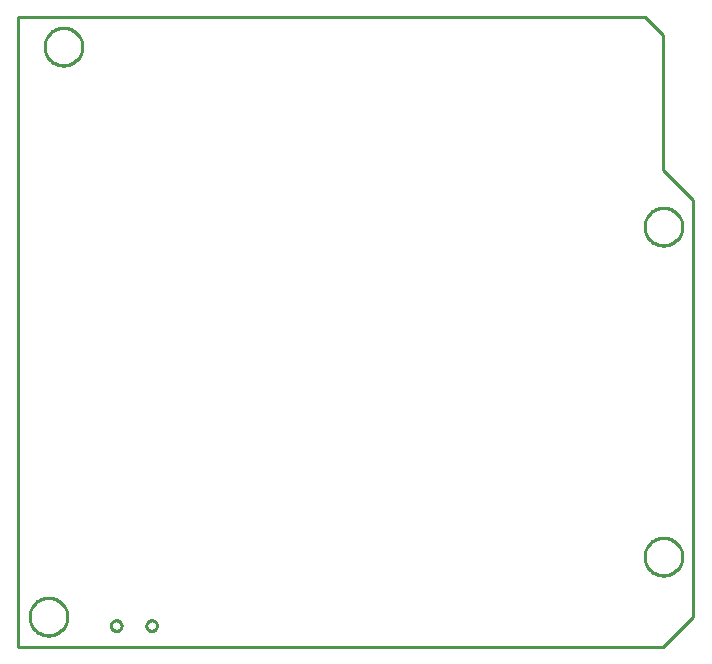
<source format=gbr>
G04 EAGLE Gerber RS-274X export*
G75*
%MOMM*%
%FSLAX34Y34*%
%LPD*%
%IN*%
%IPPOS*%
%AMOC8*
5,1,8,0,0,1.08239X$1,22.5*%
G01*
%ADD10C,0.254000*%


D10*
X0Y0D02*
X546100Y0D01*
X571500Y25400D01*
X571500Y378460D01*
X546100Y403860D01*
X546100Y518160D01*
X530860Y533400D01*
X0Y533400D01*
X0Y0D01*
X54100Y507476D02*
X54032Y506431D01*
X53895Y505392D01*
X53690Y504365D01*
X53419Y503353D01*
X53083Y502361D01*
X52682Y501393D01*
X52218Y500454D01*
X51695Y499546D01*
X51113Y498675D01*
X50475Y497844D01*
X49784Y497057D01*
X49043Y496316D01*
X48256Y495625D01*
X47425Y494988D01*
X46554Y494406D01*
X45646Y493882D01*
X44707Y493418D01*
X43739Y493017D01*
X42747Y492681D01*
X41735Y492410D01*
X40708Y492205D01*
X39669Y492069D01*
X38624Y492000D01*
X37576Y492000D01*
X36531Y492069D01*
X35492Y492205D01*
X34465Y492410D01*
X33453Y492681D01*
X32461Y493017D01*
X31493Y493418D01*
X30554Y493882D01*
X29646Y494406D01*
X28775Y494988D01*
X27944Y495625D01*
X27157Y496316D01*
X26416Y497057D01*
X25725Y497844D01*
X25088Y498675D01*
X24506Y499546D01*
X23982Y500454D01*
X23518Y501393D01*
X23117Y502361D01*
X22781Y503353D01*
X22510Y504365D01*
X22305Y505392D01*
X22169Y506431D01*
X22100Y507476D01*
X22100Y508524D01*
X22169Y509569D01*
X22305Y510608D01*
X22510Y511635D01*
X22781Y512647D01*
X23117Y513639D01*
X23518Y514607D01*
X23982Y515546D01*
X24506Y516454D01*
X25088Y517325D01*
X25725Y518156D01*
X26416Y518943D01*
X27157Y519684D01*
X27944Y520375D01*
X28775Y521013D01*
X29646Y521595D01*
X30554Y522118D01*
X31493Y522582D01*
X32461Y522983D01*
X33453Y523319D01*
X34465Y523590D01*
X35492Y523795D01*
X36531Y523932D01*
X37576Y524000D01*
X38624Y524000D01*
X39669Y523932D01*
X40708Y523795D01*
X41735Y523590D01*
X42747Y523319D01*
X43739Y522983D01*
X44707Y522582D01*
X45646Y522118D01*
X46554Y521595D01*
X47425Y521013D01*
X48256Y520375D01*
X49043Y519684D01*
X49784Y518943D01*
X50475Y518156D01*
X51113Y517325D01*
X51695Y516454D01*
X52218Y515546D01*
X52682Y514607D01*
X53083Y513639D01*
X53419Y512647D01*
X53690Y511635D01*
X53895Y510608D01*
X54032Y509569D01*
X54100Y508524D01*
X54100Y507476D01*
X41400Y24876D02*
X41332Y23831D01*
X41195Y22792D01*
X40990Y21765D01*
X40719Y20753D01*
X40383Y19761D01*
X39982Y18793D01*
X39518Y17854D01*
X38995Y16946D01*
X38413Y16075D01*
X37775Y15244D01*
X37084Y14457D01*
X36343Y13716D01*
X35556Y13025D01*
X34725Y12388D01*
X33854Y11806D01*
X32946Y11282D01*
X32007Y10818D01*
X31039Y10417D01*
X30047Y10081D01*
X29035Y9810D01*
X28008Y9605D01*
X26969Y9469D01*
X25924Y9400D01*
X24876Y9400D01*
X23831Y9469D01*
X22792Y9605D01*
X21765Y9810D01*
X20753Y10081D01*
X19761Y10417D01*
X18793Y10818D01*
X17854Y11282D01*
X16946Y11806D01*
X16075Y12388D01*
X15244Y13025D01*
X14457Y13716D01*
X13716Y14457D01*
X13025Y15244D01*
X12388Y16075D01*
X11806Y16946D01*
X11282Y17854D01*
X10818Y18793D01*
X10417Y19761D01*
X10081Y20753D01*
X9810Y21765D01*
X9605Y22792D01*
X9469Y23831D01*
X9400Y24876D01*
X9400Y25924D01*
X9469Y26969D01*
X9605Y28008D01*
X9810Y29035D01*
X10081Y30047D01*
X10417Y31039D01*
X10818Y32007D01*
X11282Y32946D01*
X11806Y33854D01*
X12388Y34725D01*
X13025Y35556D01*
X13716Y36343D01*
X14457Y37084D01*
X15244Y37775D01*
X16075Y38413D01*
X16946Y38995D01*
X17854Y39518D01*
X18793Y39982D01*
X19761Y40383D01*
X20753Y40719D01*
X21765Y40990D01*
X22792Y41195D01*
X23831Y41332D01*
X24876Y41400D01*
X25924Y41400D01*
X26969Y41332D01*
X28008Y41195D01*
X29035Y40990D01*
X30047Y40719D01*
X31039Y40383D01*
X32007Y39982D01*
X32946Y39518D01*
X33854Y38995D01*
X34725Y38413D01*
X35556Y37775D01*
X36343Y37084D01*
X37084Y36343D01*
X37775Y35556D01*
X38413Y34725D01*
X38995Y33854D01*
X39518Y32946D01*
X39982Y32007D01*
X40383Y31039D01*
X40719Y30047D01*
X40990Y29035D01*
X41195Y28008D01*
X41332Y26969D01*
X41400Y25924D01*
X41400Y24876D01*
X562100Y75676D02*
X562032Y74631D01*
X561895Y73592D01*
X561690Y72565D01*
X561419Y71553D01*
X561083Y70561D01*
X560682Y69593D01*
X560218Y68654D01*
X559695Y67746D01*
X559113Y66875D01*
X558475Y66044D01*
X557784Y65257D01*
X557043Y64516D01*
X556256Y63825D01*
X555425Y63188D01*
X554554Y62606D01*
X553646Y62082D01*
X552707Y61618D01*
X551739Y61217D01*
X550747Y60881D01*
X549735Y60610D01*
X548708Y60405D01*
X547669Y60269D01*
X546624Y60200D01*
X545576Y60200D01*
X544531Y60269D01*
X543492Y60405D01*
X542465Y60610D01*
X541453Y60881D01*
X540461Y61217D01*
X539493Y61618D01*
X538554Y62082D01*
X537646Y62606D01*
X536775Y63188D01*
X535944Y63825D01*
X535157Y64516D01*
X534416Y65257D01*
X533725Y66044D01*
X533088Y66875D01*
X532506Y67746D01*
X531982Y68654D01*
X531518Y69593D01*
X531117Y70561D01*
X530781Y71553D01*
X530510Y72565D01*
X530305Y73592D01*
X530169Y74631D01*
X530100Y75676D01*
X530100Y76724D01*
X530169Y77769D01*
X530305Y78808D01*
X530510Y79835D01*
X530781Y80847D01*
X531117Y81839D01*
X531518Y82807D01*
X531982Y83746D01*
X532506Y84654D01*
X533088Y85525D01*
X533725Y86356D01*
X534416Y87143D01*
X535157Y87884D01*
X535944Y88575D01*
X536775Y89213D01*
X537646Y89795D01*
X538554Y90318D01*
X539493Y90782D01*
X540461Y91183D01*
X541453Y91519D01*
X542465Y91790D01*
X543492Y91995D01*
X544531Y92132D01*
X545576Y92200D01*
X546624Y92200D01*
X547669Y92132D01*
X548708Y91995D01*
X549735Y91790D01*
X550747Y91519D01*
X551739Y91183D01*
X552707Y90782D01*
X553646Y90318D01*
X554554Y89795D01*
X555425Y89213D01*
X556256Y88575D01*
X557043Y87884D01*
X557784Y87143D01*
X558475Y86356D01*
X559113Y85525D01*
X559695Y84654D01*
X560218Y83746D01*
X560682Y82807D01*
X561083Y81839D01*
X561419Y80847D01*
X561690Y79835D01*
X561895Y78808D01*
X562032Y77769D01*
X562100Y76724D01*
X562100Y75676D01*
X562100Y355076D02*
X562032Y354031D01*
X561895Y352992D01*
X561690Y351965D01*
X561419Y350953D01*
X561083Y349961D01*
X560682Y348993D01*
X560218Y348054D01*
X559695Y347146D01*
X559113Y346275D01*
X558475Y345444D01*
X557784Y344657D01*
X557043Y343916D01*
X556256Y343225D01*
X555425Y342588D01*
X554554Y342006D01*
X553646Y341482D01*
X552707Y341018D01*
X551739Y340617D01*
X550747Y340281D01*
X549735Y340010D01*
X548708Y339805D01*
X547669Y339669D01*
X546624Y339600D01*
X545576Y339600D01*
X544531Y339669D01*
X543492Y339805D01*
X542465Y340010D01*
X541453Y340281D01*
X540461Y340617D01*
X539493Y341018D01*
X538554Y341482D01*
X537646Y342006D01*
X536775Y342588D01*
X535944Y343225D01*
X535157Y343916D01*
X534416Y344657D01*
X533725Y345444D01*
X533088Y346275D01*
X532506Y347146D01*
X531982Y348054D01*
X531518Y348993D01*
X531117Y349961D01*
X530781Y350953D01*
X530510Y351965D01*
X530305Y352992D01*
X530169Y354031D01*
X530100Y355076D01*
X530100Y356124D01*
X530169Y357169D01*
X530305Y358208D01*
X530510Y359235D01*
X530781Y360247D01*
X531117Y361239D01*
X531518Y362207D01*
X531982Y363146D01*
X532506Y364054D01*
X533088Y364925D01*
X533725Y365756D01*
X534416Y366543D01*
X535157Y367284D01*
X535944Y367975D01*
X536775Y368613D01*
X537646Y369195D01*
X538554Y369718D01*
X539493Y370182D01*
X540461Y370583D01*
X541453Y370919D01*
X542465Y371190D01*
X543492Y371395D01*
X544531Y371532D01*
X545576Y371600D01*
X546624Y371600D01*
X547669Y371532D01*
X548708Y371395D01*
X549735Y371190D01*
X550747Y370919D01*
X551739Y370583D01*
X552707Y370182D01*
X553646Y369718D01*
X554554Y369195D01*
X555425Y368613D01*
X556256Y367975D01*
X557043Y367284D01*
X557784Y366543D01*
X558475Y365756D01*
X559113Y364925D01*
X559695Y364054D01*
X560218Y363146D01*
X560682Y362207D01*
X561083Y361239D01*
X561419Y360247D01*
X561690Y359235D01*
X561895Y358208D01*
X562032Y357169D01*
X562100Y356124D01*
X562100Y355076D01*
X108290Y18075D02*
X108367Y18660D01*
X108520Y19230D01*
X108745Y19775D01*
X109040Y20285D01*
X109399Y20753D01*
X109817Y21171D01*
X110285Y21530D01*
X110795Y21825D01*
X111340Y22050D01*
X111910Y22203D01*
X112495Y22280D01*
X113085Y22280D01*
X113670Y22203D01*
X114240Y22050D01*
X114785Y21825D01*
X115295Y21530D01*
X115763Y21171D01*
X116181Y20753D01*
X116540Y20285D01*
X116835Y19775D01*
X117060Y19230D01*
X117213Y18660D01*
X117290Y18075D01*
X117290Y17485D01*
X117213Y16900D01*
X117060Y16330D01*
X116835Y15785D01*
X116540Y15275D01*
X116181Y14807D01*
X115763Y14389D01*
X115295Y14030D01*
X114785Y13735D01*
X114240Y13510D01*
X113670Y13357D01*
X113085Y13280D01*
X112495Y13280D01*
X111910Y13357D01*
X111340Y13510D01*
X110795Y13735D01*
X110285Y14030D01*
X109817Y14389D01*
X109399Y14807D01*
X109040Y15275D01*
X108745Y15785D01*
X108520Y16330D01*
X108367Y16900D01*
X108290Y17485D01*
X108290Y18075D01*
X78290Y18075D02*
X78367Y18660D01*
X78520Y19230D01*
X78745Y19775D01*
X79040Y20285D01*
X79399Y20753D01*
X79817Y21171D01*
X80285Y21530D01*
X80795Y21825D01*
X81340Y22050D01*
X81910Y22203D01*
X82495Y22280D01*
X83085Y22280D01*
X83670Y22203D01*
X84240Y22050D01*
X84785Y21825D01*
X85295Y21530D01*
X85763Y21171D01*
X86181Y20753D01*
X86540Y20285D01*
X86835Y19775D01*
X87060Y19230D01*
X87213Y18660D01*
X87290Y18075D01*
X87290Y17485D01*
X87213Y16900D01*
X87060Y16330D01*
X86835Y15785D01*
X86540Y15275D01*
X86181Y14807D01*
X85763Y14389D01*
X85295Y14030D01*
X84785Y13735D01*
X84240Y13510D01*
X83670Y13357D01*
X83085Y13280D01*
X82495Y13280D01*
X81910Y13357D01*
X81340Y13510D01*
X80795Y13735D01*
X80285Y14030D01*
X79817Y14389D01*
X79399Y14807D01*
X79040Y15275D01*
X78745Y15785D01*
X78520Y16330D01*
X78367Y16900D01*
X78290Y17485D01*
X78290Y18075D01*
M02*

</source>
